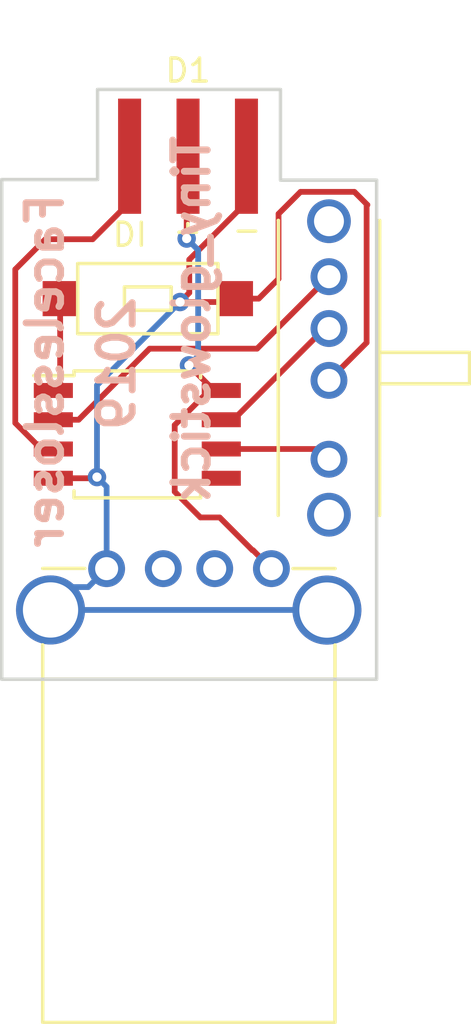
<source format=kicad_pcb>
(kicad_pcb (version 20171130) (host pcbnew 5.0.2+dfsg1-1~bpo9+1)

  (general
    (thickness 1.6)
    (drawings 11)
    (tracks 63)
    (zones 0)
    (modules 5)
    (nets 11)
  )

  (page A4)
  (layers
    (0 F.Cu signal)
    (31 B.Cu signal)
    (32 B.Adhes user)
    (33 F.Adhes user)
    (34 B.Paste user)
    (35 F.Paste user)
    (36 B.SilkS user)
    (37 F.SilkS user)
    (38 B.Mask user)
    (39 F.Mask user)
    (40 Dwgs.User user)
    (41 Cmts.User user)
    (42 Eco1.User user)
    (43 Eco2.User user)
    (44 Edge.Cuts user)
    (45 Margin user)
    (46 B.CrtYd user)
    (47 F.CrtYd user)
    (48 B.Fab user)
    (49 F.Fab user)
  )

  (setup
    (last_trace_width 0.25)
    (trace_clearance 0.2)
    (zone_clearance 0.508)
    (zone_45_only no)
    (trace_min 0.2)
    (segment_width 0.2)
    (edge_width 0.15)
    (via_size 0.8)
    (via_drill 0.4)
    (via_min_size 0.4)
    (via_min_drill 0.3)
    (uvia_size 0.3)
    (uvia_drill 0.1)
    (uvias_allowed no)
    (uvia_min_size 0.2)
    (uvia_min_drill 0.1)
    (pcb_text_width 0.3)
    (pcb_text_size 1.5 1.5)
    (mod_edge_width 0.15)
    (mod_text_size 1 1)
    (mod_text_width 0.15)
    (pad_size 1.524 1.524)
    (pad_drill 0.762)
    (pad_to_mask_clearance 0.051)
    (solder_mask_min_width 0.25)
    (aux_axis_origin 0 0)
    (visible_elements FFFFFF7F)
    (pcbplotparams
      (layerselection 0x010f0_ffffffff)
      (usegerberextensions false)
      (usegerberattributes false)
      (usegerberadvancedattributes false)
      (creategerberjobfile false)
      (excludeedgelayer true)
      (linewidth 0.100000)
      (plotframeref false)
      (viasonmask false)
      (mode 1)
      (useauxorigin false)
      (hpglpennumber 1)
      (hpglpenspeed 20)
      (hpglpendiameter 15.000000)
      (psnegative false)
      (psa4output false)
      (plotreference true)
      (plotvalue true)
      (plotinvisibletext false)
      (padsonsilk false)
      (subtractmaskfromsilk false)
      (outputformat 1)
      (mirror false)
      (drillshape 0)
      (scaleselection 1)
      (outputdirectory "/media/facelessloser/A6E4-ED97/kicad/tiny_glowstick/gerbers/"))
  )

  (net 0 "")
  (net 1 "Net-(D1-Pad3)")
  (net 2 "Net-(D1-Pad4)")
  (net 3 "Net-(D1-Pad1)")
  (net 4 "Net-(U1-Pad5)")
  (net 5 "Net-(SW1-Pad1)")
  (net 6 "Net-(SW1-Pad4)")
  (net 7 "Net-(SW1-Pad2)")
  (net 8 "Net-(J1-Pad2)")
  (net 9 "Net-(J1-Pad3)")
  (net 10 "Net-(SW2-Pad1)")

  (net_class Default "This is the default net class."
    (clearance 0.2)
    (trace_width 0.25)
    (via_dia 0.8)
    (via_drill 0.4)
    (uvia_dia 0.3)
    (uvia_drill 0.1)
    (add_net "Net-(D1-Pad1)")
    (add_net "Net-(D1-Pad3)")
    (add_net "Net-(D1-Pad4)")
    (add_net "Net-(J1-Pad2)")
    (add_net "Net-(J1-Pad3)")
    (add_net "Net-(SW1-Pad1)")
    (add_net "Net-(SW1-Pad2)")
    (add_net "Net-(SW1-Pad4)")
    (add_net "Net-(SW2-Pad1)")
    (add_net "Net-(U1-Pad5)")
  )

  (module Package_SO:SOIJ-8_5.3x5.3mm_P1.27mm (layer F.Cu) (tedit 5E05F2D6) (tstamp 5E0EB845)
    (at 134.6327 72.771)
    (descr "8-Lead Plastic Small Outline (SM) - Medium, 5.28 mm Body [SOIC] (see Microchip Packaging Specification 00000049BS.pdf)")
    (tags "SOIC 1.27")
    (path /5DF9178C)
    (attr smd)
    (fp_text reference U1 (at 0 -3.68) (layer F.SilkS) hide
      (effects (font (size 1 1) (thickness 0.15)))
    )
    (fp_text value ATtiny85-20PU (at 0 3.68) (layer F.Fab) hide
      (effects (font (size 1 1) (thickness 0.15)))
    )
    (fp_text user %R (at 0 0) (layer F.Fab) hide
      (effects (font (size 1 1) (thickness 0.15)))
    )
    (fp_line (start -1.65 -2.65) (end 2.65 -2.65) (layer F.Fab) (width 0.15))
    (fp_line (start 2.65 -2.65) (end 2.65 2.65) (layer F.Fab) (width 0.15))
    (fp_line (start 2.65 2.65) (end -2.65 2.65) (layer F.Fab) (width 0.15))
    (fp_line (start -2.65 2.65) (end -2.65 -1.65) (layer F.Fab) (width 0.15))
    (fp_line (start -2.65 -1.65) (end -1.65 -2.65) (layer F.Fab) (width 0.15))
    (fp_line (start -4.75 -2.95) (end -4.75 2.95) (layer F.CrtYd) (width 0.05))
    (fp_line (start 4.75 -2.95) (end 4.75 2.95) (layer F.CrtYd) (width 0.05))
    (fp_line (start -4.75 -2.95) (end 4.75 -2.95) (layer F.CrtYd) (width 0.05))
    (fp_line (start -4.75 2.95) (end 4.75 2.95) (layer F.CrtYd) (width 0.05))
    (fp_line (start -2.75 -2.755) (end -2.75 -2.55) (layer F.SilkS) (width 0.15))
    (fp_line (start 2.75 -2.755) (end 2.75 -2.455) (layer F.SilkS) (width 0.15))
    (fp_line (start 2.75 2.755) (end 2.75 2.455) (layer F.SilkS) (width 0.15))
    (fp_line (start -2.75 2.755) (end -2.75 2.455) (layer F.SilkS) (width 0.15))
    (fp_line (start -2.75 -2.755) (end 2.75 -2.755) (layer F.SilkS) (width 0.15))
    (fp_line (start -2.75 2.755) (end 2.75 2.755) (layer F.SilkS) (width 0.15))
    (fp_line (start -2.75 -2.55) (end -4.5 -2.55) (layer F.SilkS) (width 0.15))
    (pad 1 smd rect (at -3.65 -1.905) (size 1.7 0.65) (layers F.Cu F.Paste F.Mask)
      (net 10 "Net-(SW2-Pad1)"))
    (pad 2 smd rect (at -3.65 -0.635) (size 1.7 0.65) (layers F.Cu F.Paste F.Mask)
      (net 5 "Net-(SW1-Pad1)"))
    (pad 3 smd rect (at -3.65 0.635) (size 1.7 0.65) (layers F.Cu F.Paste F.Mask)
      (net 2 "Net-(D1-Pad4)"))
    (pad 4 smd rect (at -3.65 1.905) (size 1.7 0.65) (layers F.Cu F.Paste F.Mask)
      (net 1 "Net-(D1-Pad3)"))
    (pad 5 smd rect (at 3.65 1.905) (size 1.7 0.65) (layers F.Cu F.Paste F.Mask)
      (net 4 "Net-(U1-Pad5)"))
    (pad 6 smd rect (at 3.65 0.635) (size 1.7 0.65) (layers F.Cu F.Paste F.Mask)
      (net 6 "Net-(SW1-Pad4)"))
    (pad 7 smd rect (at 3.65 -0.635) (size 1.7 0.65) (layers F.Cu F.Paste F.Mask)
      (net 7 "Net-(SW1-Pad2)"))
    (pad 8 smd rect (at 3.65 -1.905) (size 1.7 0.65) (layers F.Cu F.Paste F.Mask)
      (net 3 "Net-(D1-Pad1)"))
    (model ${KISYS3DMOD}/Package_SO.3dshapes/SOIJ-8_5.3x5.3mm_P1.27mm.wrl
      (at (xyz 0 0 0))
      (scale (xyz 1 1 1))
      (rotate (xyz 0 0 0))
    )
  )

  (module usb_custom:male_usb_custom (layer F.Cu) (tedit 5E05F2CB) (tstamp 5E26929B)
    (at 136.8806 78.6003 180)
    (path /5DF91988)
    (fp_text reference J1 (at 0 4.7752 180) (layer F.SilkS) hide
      (effects (font (size 1 1) (thickness 0.15)))
    )
    (fp_text value USB_A (at 0 2.6924 180) (layer F.Fab) hide
      (effects (font (size 1 1) (thickness 0.15)))
    )
    (fp_line (start -6.34492 -3.31216) (end -6.34492 -19.69516) (layer F.SilkS) (width 0.15))
    (fp_line (start 6.36016 -3.30708) (end 6.36016 -19.69008) (layer F.SilkS) (width 0.15))
    (fp_line (start -6.34492 -19.70024) (end 6.35508 -19.70024) (layer F.SilkS) (width 0.15))
    (fp_line (start 6.36016 0.01016) (end 4.53136 0.01016) (layer F.SilkS) (width 0.15))
    (fp_line (start -4.5212 0.00508) (end -6.35 0.00508) (layer F.SilkS) (width 0.15))
    (fp_line (start -6.33476 -4.79552) (end 6.36524 -4.79552) (layer F.SilkS) (width 0.15))
    (pad 1 thru_hole circle (at -3.5814 0 180) (size 1.6 1.6) (drill 1) (layers *.Cu *.Mask)
      (net 3 "Net-(D1-Pad1)"))
    (pad 2 thru_hole circle (at -1.1176 0 180) (size 1.6 1.6) (drill 1) (layers *.Cu *.Mask)
      (net 8 "Net-(J1-Pad2)"))
    (pad 3 thru_hole circle (at 1.1176 0 180) (size 1.6 1.6) (drill 1) (layers *.Cu *.Mask)
      (net 9 "Net-(J1-Pad3)"))
    (pad 4 thru_hole circle (at 3.5814 0 180) (size 1.6 1.6) (drill 1) (layers *.Cu *.Mask)
      (net 1 "Net-(D1-Pad3)"))
    (pad 4 thru_hole circle (at 6.0198 -1.79324 180) (size 3 3) (drill 2.4) (layers *.Cu *.Mask)
      (net 1 "Net-(D1-Pad3)"))
    (pad 4 thru_hole circle (at -5.9944 -1.79832 180) (size 3 3) (drill 2.4) (layers *.Cu *.Mask)
      (net 1 "Net-(D1-Pad3)"))
  )

  (module buttons_custom:SMD_2pin_button_custom (layer F.Cu) (tedit 5E05F2EC) (tstamp 5E1AACDF)
    (at 135.0899 66.8782 180)
    (path /5E05E2DD)
    (fp_text reference SW2 (at 0 2.794 180) (layer F.SilkS) hide
      (effects (font (size 1 1) (thickness 0.15)))
    )
    (fp_text value SW_Push (at 0 -2.794 180) (layer F.Fab) hide
      (effects (font (size 1 1) (thickness 0.15)))
    )
    (fp_line (start -3.048 -1.524) (end 3.048 -1.524) (layer F.SilkS) (width 0.15))
    (fp_line (start 3.048 -1.524) (end 3.048 1.524) (layer F.SilkS) (width 0.15))
    (fp_line (start 3.048 1.524) (end -3.048 1.524) (layer F.SilkS) (width 0.15))
    (fp_line (start -3.048 1.524) (end -3.048 -1.524) (layer F.SilkS) (width 0.15))
    (fp_line (start -1.016 -0.508) (end 1.016 -0.508) (layer F.SilkS) (width 0.15))
    (fp_line (start 1.016 -0.508) (end 1.016 0.508) (layer F.SilkS) (width 0.15))
    (fp_line (start 1.016 0.508) (end -1.016 0.508) (layer F.SilkS) (width 0.15))
    (fp_line (start -1.016 0.508) (end -1.016 -0.508) (layer F.SilkS) (width 0.15))
    (pad 1 smd rect (at 3.81 0 180) (size 1.524 1.524) (layers F.Cu F.Paste F.Mask)
      (net 10 "Net-(SW2-Pad1)"))
    (pad 2 smd rect (at -3.81 0 180) (size 1.524 1.524) (layers F.Cu F.Paste F.Mask)
      (net 1 "Net-(D1-Pad3)"))
  )

  (module buttons_custom:3_way_switch (layer F.Cu) (tedit 5E05F2D9) (tstamp 5E26907A)
    (at 142.9639 69.8881 90)
    (path /5E020223)
    (fp_text reference SW1 (at 0.0762 -5.56768 90) (layer F.SilkS) hide
      (effects (font (size 1 1) (thickness 0.15)))
    )
    (fp_text value SW_SP3T (at 0.01016 -3.5306 90) (layer F.Fab) hide
      (effects (font (size 1 1) (thickness 0.15)))
    )
    (fp_line (start -6.4008 -2.20472) (end 6.40588 -2.19964) (layer F.SilkS) (width 0.15))
    (fp_line (start 6.40588 -2.19964) (end 6.40588 -2.20472) (layer F.SilkS) (width 0.15))
    (fp_line (start -6.4008 2.19964) (end 6.40588 2.20472) (layer F.SilkS) (width 0.15))
    (fp_line (start -0.6858 2.2098) (end -0.6858 6.11124) (layer F.SilkS) (width 0.15))
    (fp_line (start -0.6858 6.11124) (end 0.67564 6.11124) (layer F.SilkS) (width 0.15))
    (fp_line (start 0.67564 6.11124) (end 0.67564 2.2098) (layer F.SilkS) (width 0.15))
    (pad 3 thru_hole circle (at -0.53848 0 90) (size 1.6 1.6) (drill 1) (layers *.Cu *.Mask)
      (net 1 "Net-(D1-Pad3)"))
    (pad 4 thru_hole circle (at -3.9624 0 90) (size 1.6 1.6) (drill 1) (layers *.Cu *.Mask)
      (net 6 "Net-(SW1-Pad4)"))
    (pad 2 thru_hole circle (at 1.71196 0 90) (size 1.6 1.6) (drill 1) (layers *.Cu *.Mask)
      (net 7 "Net-(SW1-Pad2)"))
    (pad 1 thru_hole circle (at 3.9624 0 90) (size 1.6 1.6) (drill 1) (layers *.Cu *.Mask)
      (net 5 "Net-(SW1-Pad1)"))
    (pad 5 thru_hole circle (at 6.37032 0 90) (size 1.9 1.9) (drill 1.3) (layers *.Cu *.Mask))
    (pad 6 thru_hole circle (at -6.37032 0 90) (size 1.9 1.9) (drill 1.3) (layers *.Cu *.Mask))
  )

  (module LED_custom:APA-106_custom_wider (layer F.Cu) (tedit 5F92E665) (tstamp 5FAB776C)
    (at 136.83742 60.69584)
    (path /5DF9189D)
    (fp_text reference D1 (at 0 -3.71856) (layer F.SilkS)
      (effects (font (size 1 1) (thickness 0.15)))
    )
    (fp_text value WS2812B (at -0.19812 -5.93344) (layer F.Fab)
      (effects (font (size 1 1) (thickness 0.15)))
    )
    (fp_text user + (at -0.01016 3.2258) (layer F.SilkS)
      (effects (font (size 1 1) (thickness 0.15)))
    )
    (fp_text user DI (at -2.52984 3.40868) (layer F.SilkS)
      (effects (font (size 1 1) (thickness 0.15)))
    )
    (fp_text user - (at 2.56032 3.18008) (layer F.SilkS)
      (effects (font (size 1 1) (thickness 0.15)))
    )
    (pad 4 smd rect (at -2.54 0) (size 1 5) (layers F.Cu F.Paste F.Mask)
      (net 2 "Net-(D1-Pad4)"))
    (pad 1 smd rect (at 0 0) (size 1 5) (layers F.Cu F.Paste F.Mask)
      (net 3 "Net-(D1-Pad1)"))
    (pad 3 smd rect (at 2.54 0) (size 1 5) (layers F.Cu F.Paste F.Mask)
      (net 1 "Net-(D1-Pad3)"))
  )

  (gr_text Tiny_glowstick (at 136.9949 67.7799 90) (layer B.SilkS)
    (effects (font (size 1.5 1.5) (thickness 0.3)) (justify mirror))
  )
  (gr_text 2019 (at 133.731 69.6976 90) (layer B.SilkS)
    (effects (font (size 1.5 1.5) (thickness 0.3)) (justify mirror))
  )
  (gr_text Facelessloser (at 130.6195 70.0024 90) (layer B.SilkS)
    (effects (font (size 1.5 1.5) (thickness 0.3)) (justify mirror))
  )
  (gr_line (start 145.034 61.7347) (end 145.034 83.4009) (layer Edge.Cuts) (width 0.15))
  (gr_line (start 128.7399 61.7093) (end 128.7399 83.4009) (layer Edge.Cuts) (width 0.15))
  (gr_line (start 132.9055 57.7977) (end 140.8557 57.7977) (layer Edge.Cuts) (width 0.15))
  (gr_line (start 132.9055 61.7093) (end 132.9055 57.7977) (layer Edge.Cuts) (width 0.15) (tstamp 5E269329))
  (gr_line (start 140.8557 61.7347) (end 140.8557 57.8231) (layer Edge.Cuts) (width 0.15))
  (gr_line (start 145.034 61.7347) (end 140.8684 61.7347) (layer Edge.Cuts) (width 0.15) (tstamp 5E269320))
  (gr_line (start 132.9055 61.7093) (end 128.7399 61.7093) (layer Edge.Cuts) (width 0.15))
  (gr_line (start 128.7399 83.4009) (end 145.034 83.4009) (layer Edge.Cuts) (width 0.15))

  (segment (start 132.8293 74.676) (end 132.8801 74.6252) (width 0.25) (layer F.Cu) (net 1))
  (via (at 132.8801 74.6252) (size 0.8) (drill 0.4) (layers F.Cu B.Cu) (net 1))
  (segment (start 130.9827 74.676) (end 132.8293 74.676) (width 0.25) (layer F.Cu) (net 1))
  (segment (start 131.854041 79.400299) (end 130.8608 80.39354) (width 0.25) (layer B.Cu) (net 1))
  (segment (start 132.499201 79.400299) (end 131.854041 79.400299) (width 0.25) (layer B.Cu) (net 1))
  (segment (start 133.2992 78.6003) (end 132.499201 79.400299) (width 0.25) (layer B.Cu) (net 1))
  (segment (start 142.86992 80.39354) (end 142.875 80.39862) (width 0.25) (layer B.Cu) (net 1))
  (segment (start 130.8608 80.39354) (end 142.86992 80.39354) (width 0.25) (layer B.Cu) (net 1))
  (segment (start 133.2992 75.0443) (end 132.8801 74.6252) (width 0.25) (layer B.Cu) (net 1))
  (segment (start 133.2992 78.6003) (end 133.2992 75.0443) (width 0.25) (layer B.Cu) (net 1))
  (via (at 136.49198 67.02552) (size 0.8) (drill 0.4) (layers F.Cu B.Cu) (net 1))
  (segment (start 132.8801 70.6374) (end 136.49198 67.02552) (width 0.25) (layer B.Cu) (net 1))
  (segment (start 132.8801 74.6252) (end 132.8801 70.6374) (width 0.25) (layer B.Cu) (net 1))
  (segment (start 138.75258 67.02552) (end 138.8999 66.8782) (width 0.25) (layer F.Cu) (net 1))
  (segment (start 136.49198 67.02552) (end 138.75258 67.02552) (width 0.25) (layer F.Cu) (net 1))
  (segment (start 139.37742 62.69584) (end 139.37742 60.69584) (width 0.25) (layer F.Cu) (net 1))
  (segment (start 136.891979 65.181281) (end 139.37742 62.69584) (width 0.25) (layer F.Cu) (net 1))
  (segment (start 136.891979 66.625521) (end 136.891979 65.181281) (width 0.25) (layer F.Cu) (net 1))
  (segment (start 136.49198 67.02552) (end 136.891979 66.625521) (width 0.25) (layer F.Cu) (net 1))
  (segment (start 139.9119 66.8782) (end 140.77188 66.01822) (width 0.25) (layer F.Cu) (net 1))
  (segment (start 138.8999 66.8782) (end 139.9119 66.8782) (width 0.25) (layer F.Cu) (net 1))
  (segment (start 140.77188 66.01822) (end 140.77188 63.19774) (width 0.25) (layer F.Cu) (net 1))
  (segment (start 141.726841 62.242779) (end 144.068721 62.242779) (width 0.25) (layer F.Cu) (net 1))
  (segment (start 140.77188 63.19774) (end 141.726841 62.242779) (width 0.25) (layer F.Cu) (net 1))
  (segment (start 144.068721 62.242779) (end 144.63399 62.808048) (width 0.25) (layer F.Cu) (net 1))
  (segment (start 144.63399 62.808048) (end 144.59966 62.842378) (width 0.25) (layer F.Cu) (net 1))
  (segment (start 144.59966 68.79082) (end 142.9639 70.42658) (width 0.25) (layer F.Cu) (net 1))
  (segment (start 144.59966 62.842378) (end 144.59966 68.79082) (width 0.25) (layer F.Cu) (net 1))
  (segment (start 134.29742 62.69584) (end 132.69316 64.3001) (width 0.25) (layer F.Cu) (net 2))
  (segment (start 134.29742 60.69584) (end 134.29742 62.69584) (width 0.25) (layer F.Cu) (net 2))
  (segment (start 132.69316 64.3001) (end 130.63728 64.3001) (width 0.25) (layer F.Cu) (net 2))
  (segment (start 130.63728 64.3001) (end 129.32918 65.6082) (width 0.25) (layer F.Cu) (net 2))
  (segment (start 130.4577 73.406) (end 130.9827 73.406) (width 0.25) (layer F.Cu) (net 2))
  (segment (start 129.32918 72.27748) (end 130.4577 73.406) (width 0.25) (layer F.Cu) (net 2))
  (segment (start 129.32918 65.6082) (end 129.32918 72.27748) (width 0.25) (layer F.Cu) (net 2))
  (segment (start 139.662001 77.800301) (end 139.636601 77.800301) (width 0.25) (layer F.Cu) (net 3))
  (segment (start 140.462 78.6003) (end 139.662001 77.800301) (width 0.25) (layer F.Cu) (net 3))
  (segment (start 139.636601 77.800301) (end 138.2141 76.3778) (width 0.25) (layer F.Cu) (net 3))
  (segment (start 138.2141 76.3778) (end 137.3759 76.3778) (width 0.25) (layer F.Cu) (net 3))
  (segment (start 137.3759 76.3778) (end 136.2583 75.2602) (width 0.25) (layer F.Cu) (net 3))
  (segment (start 137.7577 70.866) (end 138.2827 70.866) (width 0.25) (layer F.Cu) (net 3))
  (segment (start 136.2583 72.3654) (end 137.7577 70.866) (width 0.25) (layer F.Cu) (net 3))
  (segment (start 136.2583 75.2602) (end 136.2583 72.3654) (width 0.25) (layer F.Cu) (net 3))
  (via (at 136.87806 69.7749) (size 0.8) (drill 0.4) (layers F.Cu B.Cu) (net 3))
  (segment (start 137.96916 70.866) (end 136.87806 69.7749) (width 0.25) (layer F.Cu) (net 3))
  (segment (start 138.2827 70.866) (end 137.96916 70.866) (width 0.25) (layer F.Cu) (net 3))
  (via (at 136.778667 64.269287) (size 0.8) (drill 0.4) (layers F.Cu B.Cu) (net 3))
  (segment (start 137.278059 64.768679) (end 136.778667 64.269287) (width 0.25) (layer B.Cu) (net 3))
  (segment (start 137.278059 69.374901) (end 137.278059 64.768679) (width 0.25) (layer B.Cu) (net 3))
  (segment (start 136.87806 69.7749) (end 137.278059 69.374901) (width 0.25) (layer B.Cu) (net 3))
  (segment (start 136.778667 60.754593) (end 136.83742 60.69584) (width 0.25) (layer F.Cu) (net 3))
  (segment (start 136.778667 64.269287) (end 136.778667 60.754593) (width 0.25) (layer F.Cu) (net 3))
  (segment (start 132.0827 72.136) (end 135.1688 69.0499) (width 0.25) (layer F.Cu) (net 5))
  (segment (start 130.9827 72.136) (end 132.0827 72.136) (width 0.25) (layer F.Cu) (net 5))
  (segment (start 139.8397 69.0499) (end 142.9639 65.9257) (width 0.25) (layer F.Cu) (net 5))
  (segment (start 135.1688 69.0499) (end 139.8397 69.0499) (width 0.25) (layer F.Cu) (net 5))
  (segment (start 142.5194 73.406) (end 142.9639 73.8505) (width 0.25) (layer F.Cu) (net 6))
  (segment (start 138.2827 73.406) (end 142.5194 73.406) (width 0.25) (layer F.Cu) (net 6))
  (segment (start 142.76756 68.17614) (end 142.9639 68.17614) (width 0.25) (layer F.Cu) (net 7))
  (segment (start 138.8077 72.136) (end 142.76756 68.17614) (width 0.25) (layer F.Cu) (net 7))
  (segment (start 138.2827 72.136) (end 138.8077 72.136) (width 0.25) (layer F.Cu) (net 7))
  (segment (start 131.2799 70.5688) (end 130.9827 70.866) (width 0.25) (layer F.Cu) (net 10))
  (segment (start 131.2799 66.8782) (end 131.2799 70.5688) (width 0.25) (layer F.Cu) (net 10))

)

</source>
